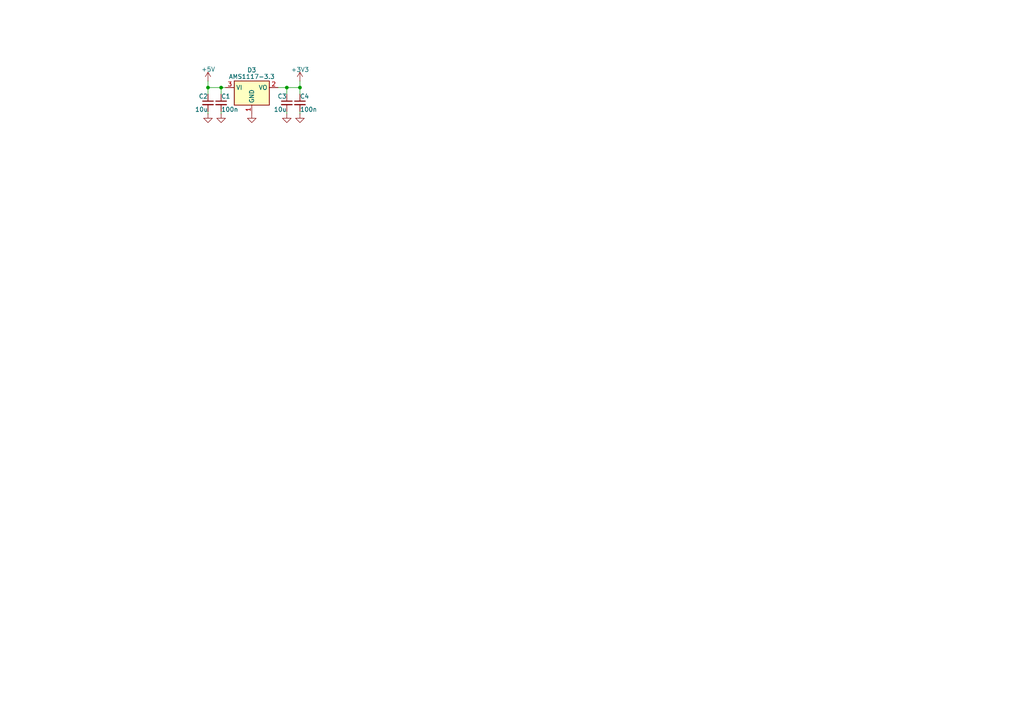
<source format=kicad_sch>
(kicad_sch (version 20250114) (generator "eeschema") (generator_version "9.0")
  (paper "A4")
  (lib_symbols
    (symbol "Device:C_Small" (pin_numbers (hide yes)) (pin_names (offset 0.254) (hide yes))
      (property "Reference" "C" (at 0.254 1.778 0))
      (property "Value" "C_Small" (at 0.254 -2.032 0))
      (symbol "C_Small_0_1"
        (polyline (pts (xy -1.524 0.508) (xy 1.524 0.508)) (stroke (width 0.3048)))
        (polyline (pts (xy -1.524 -0.508) (xy 1.524 -0.508)) (stroke (width 0.3302)))
      )
      (symbol "C_Small_1_1"
        (pin passive line (at 0 2.54 270) (length 2.032) (name "~") (number "1"))
        (pin passive line (at 0 -2.54 90) (length 2.032) (name "~") (number "2"))
      )
    )
    (symbol "Regulator_Linear:AMS1117-3.3"
      (property "Reference" "U" (at -3.81 3.175 0))
      (property "Value" "AMS1117-3.3" (at 0 3.175 0))
      (symbol "AMS1117-3.3_0_1"
        (rectangle (start -5.08 -5.08) (end 5.08 1.905) (stroke (width 0.254)) (fill (type background)))
      )
      (symbol "AMS1117-3.3_1_1"
        (pin power_in line (at -7.62 0 0) (length 2.54) (name "VI") (number "3"))
        (pin power_in line (at 0 -7.62 90) (length 2.54) (name "GND") (number "1"))
        (pin power_out line (at 7.62 0 180) (length 2.54) (name "VO") (number "2"))
      )
    )
    (symbol "power:+3V3" (power) (pin_numbers (hide yes)) (pin_names (offset 0) (hide yes))
      (property "Value" "+3V3" (at 0 3.556 0))
      (symbol "+3V3_0_1"
        (polyline (pts (xy -0.762 1.27) (xy 0 2.54)))
        (polyline (pts (xy 0 2.54) (xy 0.762 1.27)))
        (polyline (pts (xy 0 0) (xy 0 2.54)))
      )
      (symbol "+3V3_1_1"
        (pin power_in line (at 0 0 90) (length 0) (name "~") (number "1"))
      )
    )
    (symbol "power:+5V" (power) (pin_numbers (hide yes)) (pin_names (offset 0) (hide yes))
      (property "Value" "+5V" (at 0 3.556 0))
      (symbol "+5V_0_1"
        (polyline (pts (xy -0.762 1.27) (xy 0 2.54)))
        (polyline (pts (xy 0 2.54) (xy 0.762 1.27)))
        (polyline (pts (xy 0 0) (xy 0 2.54)))
      )
      (symbol "+5V_1_1"
        (pin power_in line (at 0 0 90) (length 0) (name "~") (number "1"))
      )
    )
    (symbol "power:GND" (power) (pin_numbers (hide yes)) (pin_names (offset 0) (hide yes))
      (property "Value" "GND" (at 0 -3.81 0))
      (symbol "GND_0_1"
        (polyline (pts (xy 0 0) (xy 0 -1.27) (xy 1.27 -1.27) (xy 0 -2.54) (xy -1.27 -1.27) (xy 0 -1.27)))
      )
      (symbol "GND_1_1"
        (pin power_in line (at 0 0 270) (length 0) (name "~") (number "1"))
      )
    )
  )
  (junction (at 60.325 25.4))
  (junction (at 64.135 25.4))
  (junction (at 86.995 25.4))
  (junction (at 83.185 25.4))
  (wire (pts (xy 86.995 33.02) (xy 86.995 32.385)))
  (wire (pts (xy 64.135 32.385) (xy 64.135 33.02)))
  (wire (pts (xy 83.185 33.02) (xy 83.185 32.385)))
  (wire (pts (xy 64.135 25.4) (xy 64.135 27.305)))
  (wire (pts (xy 80.645 25.4) (xy 83.185 25.4)))
  (wire (pts (xy 64.135 25.4) (xy 65.405 25.4)))
  (wire (pts (xy 86.995 25.4) (xy 86.995 27.305)))
  (wire (pts (xy 83.185 25.4) (xy 83.185 27.305)))
  (wire (pts (xy 60.325 25.4) (xy 64.135 25.4)))
  (wire (pts (xy 60.325 33.02) (xy 60.325 32.385)))
  (wire (pts (xy 86.995 23.495) (xy 86.995 25.4)))
  (wire (pts (xy 83.185 25.4) (xy 86.995 25.4)))
  (wire (pts (xy 60.325 23.495) (xy 60.325 25.4)))
  (wire (pts (xy 60.325 25.4) (xy 60.325 27.305)))
  (symbol (lib_id "Device:C_Small") (at 86.995 29.845 0) (unit 1)
    (property "Reference" "C4" (at 86.995 27.94 0) (effects (justify left)))
    (property "Value" "100n" (at 86.995 31.75 0) (effects (justify left)))
    (property "Footprint" "Capacitor_SMD:C_0603_1608Metric" (effects (hide yes)))
    (property "Description" "Unpolarized capacitor, small symbol" (effects (hide yes)))
    (instances (project "MDL_Switch_V4R0" (path "" (reference "C4") (unit 1))) (project "" (path "" (reference "C?") (unit 1))))
  )
  (symbol (lib_id "Device:C_Small") (at 64.135 29.845 0) (unit 1)
    (property "Reference" "C1" (at 64.135 27.94 0) (effects (justify left)))
    (property "Value" "100n" (at 64.135 31.75 0) (effects (justify left)))
    (property "Footprint" "Capacitor_SMD:C_0603_1608Metric" (effects (hide yes)))
    (property "Description" "Unpolarized capacitor, small symbol" (effects (hide yes)))
  )
  (symbol (lib_id "power:+5V") (at 60.325 23.495 0) (unit 1)
    (property "Reference" "#PWR06" (effects (hide yes)))
    (property "Value" "+5V" (at 60.4 20.1 0))
    (property "Description" "Power symbol creates a global label with name \"+5V\"" (effects (hide yes)))
  )
  (symbol (lib_id "power:+3V3") (at 86.995 23.495 0) (unit 1)
    (property "Reference" "#PWR012" (effects (hide yes)))
    (property "Value" "+3V3" (at 87.025 20.2 0))
    (property "Description" "Power symbol creates a global label with name \"+3V3\"" (effects (hide yes)))
  )
  (symbol (lib_id "power:GND") (at 60.325 33.02 0) (unit 1)
    (property "Reference" "#PWR07" (effects (hide yes)))
    (property "Value" "GND" (effects (hide yes)))
    (property "Description" "Power symbol creates a global label with name \"GND\" , ground" (effects (hide yes)))
  )
  (symbol (lib_id "power:GND") (at 64.135 33.02 0) (unit 1)
    (property "Reference" "#PWR07" (effects (hide yes)))
    (property "Value" "GND" (effects (hide yes)))
    (property "Description" "Power symbol creates a global label with name \"GND\" , ground" (effects (hide yes)))
  )
  (symbol (lib_id "power:GND") (at 86.995 33.02 0) (unit 1)
    (property "Reference" "#PWR011" (effects (hide yes)))
    (property "Value" "GND" (effects (hide yes)))
    (property "Description" "Power symbol creates a global label with name \"GND\" , ground" (effects (hide yes)))
  )
  (symbol (lib_id "Device:C_Small") (at 60.325 29.845 0) (mirror y) (unit 1)
    (property "Reference" "C2" (at 60.325 27.94 0) (effects (justify left)))
    (property "Value" "10u" (at 60.325 31.75 0) (effects (justify left)))
    (property "Footprint" "Capacitor_SMD:C_0805_2012Metric" (effects (hide yes)))
    (property "Description" "Unpolarized capacitor, small symbol" (effects (hide yes)))
  )
  (symbol (lib_id "Regulator_Linear:AMS1117-3.3") (at 73.025 25.4 0) (unit 1)
    (property "Reference" "D3" (at 73.025 20.32 0))
    (property "Value" "AMS1117-3.3" (at 73.025 22.225 0))
    (property "Footprint" "Package_TO_SOT_SMD:SOT-223-3_TabPin2" (effects (hide yes)))
    (property "Datasheet" "http://www.advanced-monolithic.com/pdf/ds1117.pdf" (effects (hide yes)))
    (property "Description" "1A Low Dropout regulator, positive, 3.3V fixed output, SOT-223" (effects (hide yes)))
  )
  (symbol (lib_id "power:GND") (at 73.025 33.02 0) (unit 1)
    (property "Reference" "#PWR08" (effects (hide yes)))
    (property "Value" "GND" (effects (hide yes)))
    (property "Description" "Power symbol creates a global label with name \"GND\" , ground" (effects (hide yes)))
  )
  (symbol (lib_id "Device:C_Small") (at 83.185 29.845 0) (mirror y) (unit 1)
    (property "Reference" "C3" (at 83.185 27.94 0) (effects (justify left)))
    (property "Value" "10u" (at 83.185 31.75 0) (effects (justify left)))
    (property "Footprint" "Capacitor_SMD:C_0805_2012Metric" (effects (hide yes)))
    (property "Description" "Unpolarized capacitor, small symbol" (effects (hide yes)))
  )
  (symbol (lib_id "power:GND") (at 83.185 33.02 0) (unit 1)
    (property "Reference" "#PWR08" (effects (hide yes)))
    (property "Value" "GND" (effects (hide yes)))
    (property "Description" "Power symbol creates a global label with name \"GND\" , ground" (effects (hide yes)))
  )
)
</source>
